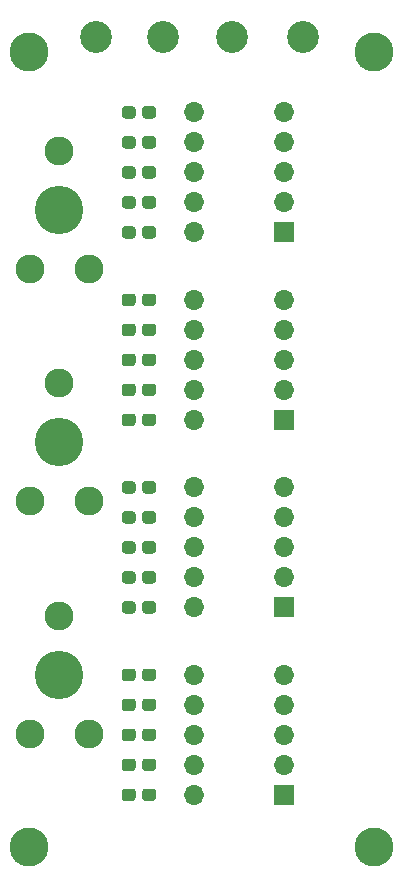
<source format=gbs>
%TF.GenerationSoftware,KiCad,Pcbnew,5.1.9+dfsg1-1~bpo10+1*%
%TF.CreationDate,2021-11-14T11:55:08+01:00*%
%TF.ProjectId,compensation,636f6d70-656e-4736-9174-696f6e2e6b69,1.0*%
%TF.SameCoordinates,Original*%
%TF.FileFunction,Soldermask,Bot*%
%TF.FilePolarity,Negative*%
%FSLAX46Y46*%
G04 Gerber Fmt 4.6, Leading zero omitted, Abs format (unit mm)*
G04 Created by KiCad (PCBNEW 5.1.9+dfsg1-1~bpo10+1) date 2021-11-14 11:55:08*
%MOMM*%
%LPD*%
G01*
G04 APERTURE LIST*
%ADD10C,2.702000*%
%ADD11C,4.102000*%
%ADD12C,2.442000*%
%ADD13C,3.302000*%
%ADD14O,1.702000X1.702000*%
G04 APERTURE END LIST*
D10*
X93500000Y-80110000D03*
X87500000Y-80110000D03*
X81645000Y-80110000D03*
X76000000Y-80110000D03*
D11*
X72850000Y-94715000D03*
D12*
X75350000Y-99715000D03*
X72850000Y-89715000D03*
X70350000Y-99715000D03*
D13*
X70310000Y-81380000D03*
X99520000Y-81380000D03*
X99520000Y-148690000D03*
X70310000Y-148690000D03*
D11*
X72850000Y-134085000D03*
D12*
X75350000Y-139085000D03*
X72850000Y-129085000D03*
X70350000Y-139085000D03*
D11*
X72850000Y-114400000D03*
D12*
X75350000Y-119400000D03*
X72850000Y-109400000D03*
X70350000Y-119400000D03*
D14*
X84280000Y-144245000D03*
X91900000Y-134085000D03*
X84280000Y-141705000D03*
X91900000Y-136625000D03*
X84280000Y-139165000D03*
X91900000Y-139165000D03*
X84280000Y-136625000D03*
X91900000Y-141705000D03*
X84280000Y-134085000D03*
G36*
G01*
X92751000Y-143445000D02*
X92751000Y-145045000D01*
G75*
G02*
X92700000Y-145096000I-51000J0D01*
G01*
X91100000Y-145096000D01*
G75*
G02*
X91049000Y-145045000I0J51000D01*
G01*
X91049000Y-143445000D01*
G75*
G02*
X91100000Y-143394000I51000J0D01*
G01*
X92700000Y-143394000D01*
G75*
G02*
X92751000Y-143445000I0J-51000D01*
G01*
G37*
X84280000Y-128370000D03*
X91900000Y-118210000D03*
X84280000Y-125830000D03*
X91900000Y-120750000D03*
X84280000Y-123290000D03*
X91900000Y-123290000D03*
X84280000Y-120750000D03*
X91900000Y-125830000D03*
X84280000Y-118210000D03*
G36*
G01*
X92751000Y-127570000D02*
X92751000Y-129170000D01*
G75*
G02*
X92700000Y-129221000I-51000J0D01*
G01*
X91100000Y-129221000D01*
G75*
G02*
X91049000Y-129170000I0J51000D01*
G01*
X91049000Y-127570000D01*
G75*
G02*
X91100000Y-127519000I51000J0D01*
G01*
X92700000Y-127519000D01*
G75*
G02*
X92751000Y-127570000I0J-51000D01*
G01*
G37*
X84280000Y-112495000D03*
X91900000Y-102335000D03*
X84280000Y-109955000D03*
X91900000Y-104875000D03*
X84280000Y-107415000D03*
X91900000Y-107415000D03*
X84280000Y-104875000D03*
X91900000Y-109955000D03*
X84280000Y-102335000D03*
G36*
G01*
X92751000Y-111695000D02*
X92751000Y-113295000D01*
G75*
G02*
X92700000Y-113346000I-51000J0D01*
G01*
X91100000Y-113346000D01*
G75*
G02*
X91049000Y-113295000I0J51000D01*
G01*
X91049000Y-111695000D01*
G75*
G02*
X91100000Y-111644000I51000J0D01*
G01*
X92700000Y-111644000D01*
G75*
G02*
X92751000Y-111695000I0J-51000D01*
G01*
G37*
X84280000Y-96620000D03*
X91900000Y-86460000D03*
X84280000Y-94080000D03*
X91900000Y-89000000D03*
X84280000Y-91540000D03*
X91900000Y-91540000D03*
X84280000Y-89000000D03*
X91900000Y-94080000D03*
X84280000Y-86460000D03*
G36*
G01*
X92751000Y-95820000D02*
X92751000Y-97420000D01*
G75*
G02*
X92700000Y-97471000I-51000J0D01*
G01*
X91100000Y-97471000D01*
G75*
G02*
X91049000Y-97420000I0J51000D01*
G01*
X91049000Y-95820000D01*
G75*
G02*
X91100000Y-95769000I51000J0D01*
G01*
X92700000Y-95769000D01*
G75*
G02*
X92751000Y-95820000I0J-51000D01*
G01*
G37*
G36*
G01*
X79333500Y-133822000D02*
X79333500Y-134348000D01*
G75*
G02*
X79070500Y-134611000I-263000J0D01*
G01*
X78419500Y-134611000D01*
G75*
G02*
X78156500Y-134348000I0J263000D01*
G01*
X78156500Y-133822000D01*
G75*
G02*
X78419500Y-133559000I263000J0D01*
G01*
X79070500Y-133559000D01*
G75*
G02*
X79333500Y-133822000I0J-263000D01*
G01*
G37*
G36*
G01*
X81058500Y-133822000D02*
X81058500Y-134348000D01*
G75*
G02*
X80795500Y-134611000I-263000J0D01*
G01*
X80144500Y-134611000D01*
G75*
G02*
X79881500Y-134348000I0J263000D01*
G01*
X79881500Y-133822000D01*
G75*
G02*
X80144500Y-133559000I263000J0D01*
G01*
X80795500Y-133559000D01*
G75*
G02*
X81058500Y-133822000I0J-263000D01*
G01*
G37*
G36*
G01*
X79333500Y-117947000D02*
X79333500Y-118473000D01*
G75*
G02*
X79070500Y-118736000I-263000J0D01*
G01*
X78419500Y-118736000D01*
G75*
G02*
X78156500Y-118473000I0J263000D01*
G01*
X78156500Y-117947000D01*
G75*
G02*
X78419500Y-117684000I263000J0D01*
G01*
X79070500Y-117684000D01*
G75*
G02*
X79333500Y-117947000I0J-263000D01*
G01*
G37*
G36*
G01*
X81058500Y-117947000D02*
X81058500Y-118473000D01*
G75*
G02*
X80795500Y-118736000I-263000J0D01*
G01*
X80144500Y-118736000D01*
G75*
G02*
X79881500Y-118473000I0J263000D01*
G01*
X79881500Y-117947000D01*
G75*
G02*
X80144500Y-117684000I263000J0D01*
G01*
X80795500Y-117684000D01*
G75*
G02*
X81058500Y-117947000I0J-263000D01*
G01*
G37*
G36*
G01*
X79333500Y-102072000D02*
X79333500Y-102598000D01*
G75*
G02*
X79070500Y-102861000I-263000J0D01*
G01*
X78419500Y-102861000D01*
G75*
G02*
X78156500Y-102598000I0J263000D01*
G01*
X78156500Y-102072000D01*
G75*
G02*
X78419500Y-101809000I263000J0D01*
G01*
X79070500Y-101809000D01*
G75*
G02*
X79333500Y-102072000I0J-263000D01*
G01*
G37*
G36*
G01*
X81058500Y-102072000D02*
X81058500Y-102598000D01*
G75*
G02*
X80795500Y-102861000I-263000J0D01*
G01*
X80144500Y-102861000D01*
G75*
G02*
X79881500Y-102598000I0J263000D01*
G01*
X79881500Y-102072000D01*
G75*
G02*
X80144500Y-101809000I263000J0D01*
G01*
X80795500Y-101809000D01*
G75*
G02*
X81058500Y-102072000I0J-263000D01*
G01*
G37*
G36*
G01*
X79333500Y-86197000D02*
X79333500Y-86723000D01*
G75*
G02*
X79070500Y-86986000I-263000J0D01*
G01*
X78419500Y-86986000D01*
G75*
G02*
X78156500Y-86723000I0J263000D01*
G01*
X78156500Y-86197000D01*
G75*
G02*
X78419500Y-85934000I263000J0D01*
G01*
X79070500Y-85934000D01*
G75*
G02*
X79333500Y-86197000I0J-263000D01*
G01*
G37*
G36*
G01*
X81058500Y-86197000D02*
X81058500Y-86723000D01*
G75*
G02*
X80795500Y-86986000I-263000J0D01*
G01*
X80144500Y-86986000D01*
G75*
G02*
X79881500Y-86723000I0J263000D01*
G01*
X79881500Y-86197000D01*
G75*
G02*
X80144500Y-85934000I263000J0D01*
G01*
X80795500Y-85934000D01*
G75*
G02*
X81058500Y-86197000I0J-263000D01*
G01*
G37*
G36*
G01*
X79333500Y-136362000D02*
X79333500Y-136888000D01*
G75*
G02*
X79070500Y-137151000I-263000J0D01*
G01*
X78419500Y-137151000D01*
G75*
G02*
X78156500Y-136888000I0J263000D01*
G01*
X78156500Y-136362000D01*
G75*
G02*
X78419500Y-136099000I263000J0D01*
G01*
X79070500Y-136099000D01*
G75*
G02*
X79333500Y-136362000I0J-263000D01*
G01*
G37*
G36*
G01*
X81058500Y-136362000D02*
X81058500Y-136888000D01*
G75*
G02*
X80795500Y-137151000I-263000J0D01*
G01*
X80144500Y-137151000D01*
G75*
G02*
X79881500Y-136888000I0J263000D01*
G01*
X79881500Y-136362000D01*
G75*
G02*
X80144500Y-136099000I263000J0D01*
G01*
X80795500Y-136099000D01*
G75*
G02*
X81058500Y-136362000I0J-263000D01*
G01*
G37*
G36*
G01*
X79333500Y-120487000D02*
X79333500Y-121013000D01*
G75*
G02*
X79070500Y-121276000I-263000J0D01*
G01*
X78419500Y-121276000D01*
G75*
G02*
X78156500Y-121013000I0J263000D01*
G01*
X78156500Y-120487000D01*
G75*
G02*
X78419500Y-120224000I263000J0D01*
G01*
X79070500Y-120224000D01*
G75*
G02*
X79333500Y-120487000I0J-263000D01*
G01*
G37*
G36*
G01*
X81058500Y-120487000D02*
X81058500Y-121013000D01*
G75*
G02*
X80795500Y-121276000I-263000J0D01*
G01*
X80144500Y-121276000D01*
G75*
G02*
X79881500Y-121013000I0J263000D01*
G01*
X79881500Y-120487000D01*
G75*
G02*
X80144500Y-120224000I263000J0D01*
G01*
X80795500Y-120224000D01*
G75*
G02*
X81058500Y-120487000I0J-263000D01*
G01*
G37*
G36*
G01*
X79333500Y-104612000D02*
X79333500Y-105138000D01*
G75*
G02*
X79070500Y-105401000I-263000J0D01*
G01*
X78419500Y-105401000D01*
G75*
G02*
X78156500Y-105138000I0J263000D01*
G01*
X78156500Y-104612000D01*
G75*
G02*
X78419500Y-104349000I263000J0D01*
G01*
X79070500Y-104349000D01*
G75*
G02*
X79333500Y-104612000I0J-263000D01*
G01*
G37*
G36*
G01*
X81058500Y-104612000D02*
X81058500Y-105138000D01*
G75*
G02*
X80795500Y-105401000I-263000J0D01*
G01*
X80144500Y-105401000D01*
G75*
G02*
X79881500Y-105138000I0J263000D01*
G01*
X79881500Y-104612000D01*
G75*
G02*
X80144500Y-104349000I263000J0D01*
G01*
X80795500Y-104349000D01*
G75*
G02*
X81058500Y-104612000I0J-263000D01*
G01*
G37*
G36*
G01*
X79333500Y-88737000D02*
X79333500Y-89263000D01*
G75*
G02*
X79070500Y-89526000I-263000J0D01*
G01*
X78419500Y-89526000D01*
G75*
G02*
X78156500Y-89263000I0J263000D01*
G01*
X78156500Y-88737000D01*
G75*
G02*
X78419500Y-88474000I263000J0D01*
G01*
X79070500Y-88474000D01*
G75*
G02*
X79333500Y-88737000I0J-263000D01*
G01*
G37*
G36*
G01*
X81058500Y-88737000D02*
X81058500Y-89263000D01*
G75*
G02*
X80795500Y-89526000I-263000J0D01*
G01*
X80144500Y-89526000D01*
G75*
G02*
X79881500Y-89263000I0J263000D01*
G01*
X79881500Y-88737000D01*
G75*
G02*
X80144500Y-88474000I263000J0D01*
G01*
X80795500Y-88474000D01*
G75*
G02*
X81058500Y-88737000I0J-263000D01*
G01*
G37*
G36*
G01*
X79333500Y-138902000D02*
X79333500Y-139428000D01*
G75*
G02*
X79070500Y-139691000I-263000J0D01*
G01*
X78419500Y-139691000D01*
G75*
G02*
X78156500Y-139428000I0J263000D01*
G01*
X78156500Y-138902000D01*
G75*
G02*
X78419500Y-138639000I263000J0D01*
G01*
X79070500Y-138639000D01*
G75*
G02*
X79333500Y-138902000I0J-263000D01*
G01*
G37*
G36*
G01*
X81058500Y-138902000D02*
X81058500Y-139428000D01*
G75*
G02*
X80795500Y-139691000I-263000J0D01*
G01*
X80144500Y-139691000D01*
G75*
G02*
X79881500Y-139428000I0J263000D01*
G01*
X79881500Y-138902000D01*
G75*
G02*
X80144500Y-138639000I263000J0D01*
G01*
X80795500Y-138639000D01*
G75*
G02*
X81058500Y-138902000I0J-263000D01*
G01*
G37*
G36*
G01*
X79333500Y-123027000D02*
X79333500Y-123553000D01*
G75*
G02*
X79070500Y-123816000I-263000J0D01*
G01*
X78419500Y-123816000D01*
G75*
G02*
X78156500Y-123553000I0J263000D01*
G01*
X78156500Y-123027000D01*
G75*
G02*
X78419500Y-122764000I263000J0D01*
G01*
X79070500Y-122764000D01*
G75*
G02*
X79333500Y-123027000I0J-263000D01*
G01*
G37*
G36*
G01*
X81058500Y-123027000D02*
X81058500Y-123553000D01*
G75*
G02*
X80795500Y-123816000I-263000J0D01*
G01*
X80144500Y-123816000D01*
G75*
G02*
X79881500Y-123553000I0J263000D01*
G01*
X79881500Y-123027000D01*
G75*
G02*
X80144500Y-122764000I263000J0D01*
G01*
X80795500Y-122764000D01*
G75*
G02*
X81058500Y-123027000I0J-263000D01*
G01*
G37*
G36*
G01*
X79333500Y-107152000D02*
X79333500Y-107678000D01*
G75*
G02*
X79070500Y-107941000I-263000J0D01*
G01*
X78419500Y-107941000D01*
G75*
G02*
X78156500Y-107678000I0J263000D01*
G01*
X78156500Y-107152000D01*
G75*
G02*
X78419500Y-106889000I263000J0D01*
G01*
X79070500Y-106889000D01*
G75*
G02*
X79333500Y-107152000I0J-263000D01*
G01*
G37*
G36*
G01*
X81058500Y-107152000D02*
X81058500Y-107678000D01*
G75*
G02*
X80795500Y-107941000I-263000J0D01*
G01*
X80144500Y-107941000D01*
G75*
G02*
X79881500Y-107678000I0J263000D01*
G01*
X79881500Y-107152000D01*
G75*
G02*
X80144500Y-106889000I263000J0D01*
G01*
X80795500Y-106889000D01*
G75*
G02*
X81058500Y-107152000I0J-263000D01*
G01*
G37*
G36*
G01*
X79333500Y-91277000D02*
X79333500Y-91803000D01*
G75*
G02*
X79070500Y-92066000I-263000J0D01*
G01*
X78419500Y-92066000D01*
G75*
G02*
X78156500Y-91803000I0J263000D01*
G01*
X78156500Y-91277000D01*
G75*
G02*
X78419500Y-91014000I263000J0D01*
G01*
X79070500Y-91014000D01*
G75*
G02*
X79333500Y-91277000I0J-263000D01*
G01*
G37*
G36*
G01*
X81058500Y-91277000D02*
X81058500Y-91803000D01*
G75*
G02*
X80795500Y-92066000I-263000J0D01*
G01*
X80144500Y-92066000D01*
G75*
G02*
X79881500Y-91803000I0J263000D01*
G01*
X79881500Y-91277000D01*
G75*
G02*
X80144500Y-91014000I263000J0D01*
G01*
X80795500Y-91014000D01*
G75*
G02*
X81058500Y-91277000I0J-263000D01*
G01*
G37*
G36*
G01*
X79333500Y-141442000D02*
X79333500Y-141968000D01*
G75*
G02*
X79070500Y-142231000I-263000J0D01*
G01*
X78419500Y-142231000D01*
G75*
G02*
X78156500Y-141968000I0J263000D01*
G01*
X78156500Y-141442000D01*
G75*
G02*
X78419500Y-141179000I263000J0D01*
G01*
X79070500Y-141179000D01*
G75*
G02*
X79333500Y-141442000I0J-263000D01*
G01*
G37*
G36*
G01*
X81058500Y-141442000D02*
X81058500Y-141968000D01*
G75*
G02*
X80795500Y-142231000I-263000J0D01*
G01*
X80144500Y-142231000D01*
G75*
G02*
X79881500Y-141968000I0J263000D01*
G01*
X79881500Y-141442000D01*
G75*
G02*
X80144500Y-141179000I263000J0D01*
G01*
X80795500Y-141179000D01*
G75*
G02*
X81058500Y-141442000I0J-263000D01*
G01*
G37*
G36*
G01*
X79333500Y-125567000D02*
X79333500Y-126093000D01*
G75*
G02*
X79070500Y-126356000I-263000J0D01*
G01*
X78419500Y-126356000D01*
G75*
G02*
X78156500Y-126093000I0J263000D01*
G01*
X78156500Y-125567000D01*
G75*
G02*
X78419500Y-125304000I263000J0D01*
G01*
X79070500Y-125304000D01*
G75*
G02*
X79333500Y-125567000I0J-263000D01*
G01*
G37*
G36*
G01*
X81058500Y-125567000D02*
X81058500Y-126093000D01*
G75*
G02*
X80795500Y-126356000I-263000J0D01*
G01*
X80144500Y-126356000D01*
G75*
G02*
X79881500Y-126093000I0J263000D01*
G01*
X79881500Y-125567000D01*
G75*
G02*
X80144500Y-125304000I263000J0D01*
G01*
X80795500Y-125304000D01*
G75*
G02*
X81058500Y-125567000I0J-263000D01*
G01*
G37*
G36*
G01*
X79333500Y-109692000D02*
X79333500Y-110218000D01*
G75*
G02*
X79070500Y-110481000I-263000J0D01*
G01*
X78419500Y-110481000D01*
G75*
G02*
X78156500Y-110218000I0J263000D01*
G01*
X78156500Y-109692000D01*
G75*
G02*
X78419500Y-109429000I263000J0D01*
G01*
X79070500Y-109429000D01*
G75*
G02*
X79333500Y-109692000I0J-263000D01*
G01*
G37*
G36*
G01*
X81058500Y-109692000D02*
X81058500Y-110218000D01*
G75*
G02*
X80795500Y-110481000I-263000J0D01*
G01*
X80144500Y-110481000D01*
G75*
G02*
X79881500Y-110218000I0J263000D01*
G01*
X79881500Y-109692000D01*
G75*
G02*
X80144500Y-109429000I263000J0D01*
G01*
X80795500Y-109429000D01*
G75*
G02*
X81058500Y-109692000I0J-263000D01*
G01*
G37*
G36*
G01*
X79333500Y-93817000D02*
X79333500Y-94343000D01*
G75*
G02*
X79070500Y-94606000I-263000J0D01*
G01*
X78419500Y-94606000D01*
G75*
G02*
X78156500Y-94343000I0J263000D01*
G01*
X78156500Y-93817000D01*
G75*
G02*
X78419500Y-93554000I263000J0D01*
G01*
X79070500Y-93554000D01*
G75*
G02*
X79333500Y-93817000I0J-263000D01*
G01*
G37*
G36*
G01*
X81058500Y-93817000D02*
X81058500Y-94343000D01*
G75*
G02*
X80795500Y-94606000I-263000J0D01*
G01*
X80144500Y-94606000D01*
G75*
G02*
X79881500Y-94343000I0J263000D01*
G01*
X79881500Y-93817000D01*
G75*
G02*
X80144500Y-93554000I263000J0D01*
G01*
X80795500Y-93554000D01*
G75*
G02*
X81058500Y-93817000I0J-263000D01*
G01*
G37*
G36*
G01*
X79333500Y-143982000D02*
X79333500Y-144508000D01*
G75*
G02*
X79070500Y-144771000I-263000J0D01*
G01*
X78419500Y-144771000D01*
G75*
G02*
X78156500Y-144508000I0J263000D01*
G01*
X78156500Y-143982000D01*
G75*
G02*
X78419500Y-143719000I263000J0D01*
G01*
X79070500Y-143719000D01*
G75*
G02*
X79333500Y-143982000I0J-263000D01*
G01*
G37*
G36*
G01*
X81058500Y-143982000D02*
X81058500Y-144508000D01*
G75*
G02*
X80795500Y-144771000I-263000J0D01*
G01*
X80144500Y-144771000D01*
G75*
G02*
X79881500Y-144508000I0J263000D01*
G01*
X79881500Y-143982000D01*
G75*
G02*
X80144500Y-143719000I263000J0D01*
G01*
X80795500Y-143719000D01*
G75*
G02*
X81058500Y-143982000I0J-263000D01*
G01*
G37*
G36*
G01*
X79333500Y-128107000D02*
X79333500Y-128633000D01*
G75*
G02*
X79070500Y-128896000I-263000J0D01*
G01*
X78419500Y-128896000D01*
G75*
G02*
X78156500Y-128633000I0J263000D01*
G01*
X78156500Y-128107000D01*
G75*
G02*
X78419500Y-127844000I263000J0D01*
G01*
X79070500Y-127844000D01*
G75*
G02*
X79333500Y-128107000I0J-263000D01*
G01*
G37*
G36*
G01*
X81058500Y-128107000D02*
X81058500Y-128633000D01*
G75*
G02*
X80795500Y-128896000I-263000J0D01*
G01*
X80144500Y-128896000D01*
G75*
G02*
X79881500Y-128633000I0J263000D01*
G01*
X79881500Y-128107000D01*
G75*
G02*
X80144500Y-127844000I263000J0D01*
G01*
X80795500Y-127844000D01*
G75*
G02*
X81058500Y-128107000I0J-263000D01*
G01*
G37*
G36*
G01*
X79333500Y-112232000D02*
X79333500Y-112758000D01*
G75*
G02*
X79070500Y-113021000I-263000J0D01*
G01*
X78419500Y-113021000D01*
G75*
G02*
X78156500Y-112758000I0J263000D01*
G01*
X78156500Y-112232000D01*
G75*
G02*
X78419500Y-111969000I263000J0D01*
G01*
X79070500Y-111969000D01*
G75*
G02*
X79333500Y-112232000I0J-263000D01*
G01*
G37*
G36*
G01*
X81058500Y-112232000D02*
X81058500Y-112758000D01*
G75*
G02*
X80795500Y-113021000I-263000J0D01*
G01*
X80144500Y-113021000D01*
G75*
G02*
X79881500Y-112758000I0J263000D01*
G01*
X79881500Y-112232000D01*
G75*
G02*
X80144500Y-111969000I263000J0D01*
G01*
X80795500Y-111969000D01*
G75*
G02*
X81058500Y-112232000I0J-263000D01*
G01*
G37*
G36*
G01*
X79333500Y-96357000D02*
X79333500Y-96883000D01*
G75*
G02*
X79070500Y-97146000I-263000J0D01*
G01*
X78419500Y-97146000D01*
G75*
G02*
X78156500Y-96883000I0J263000D01*
G01*
X78156500Y-96357000D01*
G75*
G02*
X78419500Y-96094000I263000J0D01*
G01*
X79070500Y-96094000D01*
G75*
G02*
X79333500Y-96357000I0J-263000D01*
G01*
G37*
G36*
G01*
X81058500Y-96357000D02*
X81058500Y-96883000D01*
G75*
G02*
X80795500Y-97146000I-263000J0D01*
G01*
X80144500Y-97146000D01*
G75*
G02*
X79881500Y-96883000I0J263000D01*
G01*
X79881500Y-96357000D01*
G75*
G02*
X80144500Y-96094000I263000J0D01*
G01*
X80795500Y-96094000D01*
G75*
G02*
X81058500Y-96357000I0J-263000D01*
G01*
G37*
M02*

</source>
